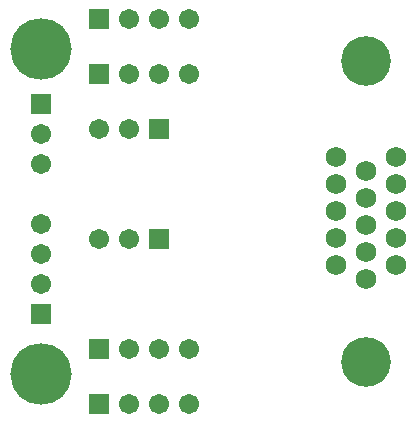
<source format=gbs>
G04 Layer_Color=16711935*
%FSLAX24Y24*%
%MOIN*%
G70*
G01*
G75*
%ADD28C,0.1655*%
%ADD29C,0.0680*%
%ADD30R,0.0671X0.0671*%
%ADD31C,0.0671*%
%ADD32R,0.0671X0.0671*%
%ADD33C,0.2049*%
D28*
X10843Y392D02*
D03*
Y10435D02*
D03*
D29*
X9843Y3613D02*
D03*
Y5413D02*
D03*
Y4513D02*
D03*
Y6313D02*
D03*
Y7213D02*
D03*
X10843Y6763D02*
D03*
Y5863D02*
D03*
Y4063D02*
D03*
Y4963D02*
D03*
Y3163D02*
D03*
X11843Y7213D02*
D03*
Y6313D02*
D03*
Y4513D02*
D03*
Y5413D02*
D03*
Y3613D02*
D03*
D30*
X1937Y11811D02*
D03*
Y9981D02*
D03*
X3937Y4490D02*
D03*
Y8151D02*
D03*
X1937Y-1000D02*
D03*
Y830D02*
D03*
D31*
X2937Y11811D02*
D03*
X3937D02*
D03*
X4937D02*
D03*
X0Y3000D02*
D03*
Y4000D02*
D03*
Y5000D02*
D03*
X2937Y9981D02*
D03*
X3937D02*
D03*
X4937D02*
D03*
X0Y7000D02*
D03*
Y8000D02*
D03*
X1937Y4490D02*
D03*
X2937D02*
D03*
X1937Y8151D02*
D03*
X2937D02*
D03*
Y-1000D02*
D03*
X3937D02*
D03*
X4937D02*
D03*
X2937Y830D02*
D03*
X3937D02*
D03*
X4937D02*
D03*
D32*
X0Y2000D02*
D03*
Y9000D02*
D03*
D33*
Y10827D02*
D03*
Y0D02*
D03*
M02*

</source>
